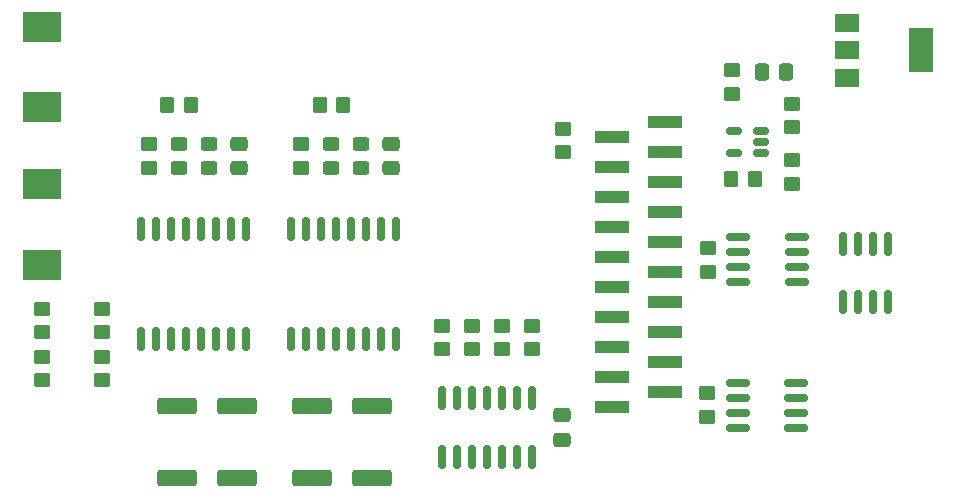
<source format=gbr>
%TF.GenerationSoftware,KiCad,Pcbnew,(6.0.1)*%
%TF.CreationDate,2023-04-21T13:11:10+03:00*%
%TF.ProjectId,Driver_Inductor,44726976-6572-45f4-996e-647563746f72,rev?*%
%TF.SameCoordinates,Original*%
%TF.FileFunction,Paste,Top*%
%TF.FilePolarity,Positive*%
%FSLAX46Y46*%
G04 Gerber Fmt 4.6, Leading zero omitted, Abs format (unit mm)*
G04 Created by KiCad (PCBNEW (6.0.1)) date 2023-04-21 13:11:10*
%MOMM*%
%LPD*%
G01*
G04 APERTURE LIST*
G04 Aperture macros list*
%AMRoundRect*
0 Rectangle with rounded corners*
0 $1 Rounding radius*
0 $2 $3 $4 $5 $6 $7 $8 $9 X,Y pos of 4 corners*
0 Add a 4 corners polygon primitive as box body*
4,1,4,$2,$3,$4,$5,$6,$7,$8,$9,$2,$3,0*
0 Add four circle primitives for the rounded corners*
1,1,$1+$1,$2,$3*
1,1,$1+$1,$4,$5*
1,1,$1+$1,$6,$7*
1,1,$1+$1,$8,$9*
0 Add four rect primitives between the rounded corners*
20,1,$1+$1,$2,$3,$4,$5,0*
20,1,$1+$1,$4,$5,$6,$7,0*
20,1,$1+$1,$6,$7,$8,$9,0*
20,1,$1+$1,$8,$9,$2,$3,0*%
G04 Aperture macros list end*
%ADD10RoundRect,0.150000X-0.150000X0.875000X-0.150000X-0.875000X0.150000X-0.875000X0.150000X0.875000X0*%
%ADD11RoundRect,0.249999X1.425001X-0.450001X1.425001X0.450001X-1.425001X0.450001X-1.425001X-0.450001X0*%
%ADD12R,2.000000X1.500000*%
%ADD13R,2.000000X3.800000*%
%ADD14RoundRect,0.250000X0.450000X-0.350000X0.450000X0.350000X-0.450000X0.350000X-0.450000X-0.350000X0*%
%ADD15RoundRect,0.250000X-0.450000X0.350000X-0.450000X-0.350000X0.450000X-0.350000X0.450000X0.350000X0*%
%ADD16RoundRect,0.250000X0.475000X-0.337500X0.475000X0.337500X-0.475000X0.337500X-0.475000X-0.337500X0*%
%ADD17RoundRect,0.150000X-0.150000X0.825000X-0.150000X-0.825000X0.150000X-0.825000X0.150000X0.825000X0*%
%ADD18RoundRect,0.150000X0.825000X0.150000X-0.825000X0.150000X-0.825000X-0.150000X0.825000X-0.150000X0*%
%ADD19RoundRect,0.250000X0.350000X0.450000X-0.350000X0.450000X-0.350000X-0.450000X0.350000X-0.450000X0*%
%ADD20R,3.300000X2.500000*%
%ADD21RoundRect,0.250000X0.450000X-0.325000X0.450000X0.325000X-0.450000X0.325000X-0.450000X-0.325000X0*%
%ADD22RoundRect,0.250000X-0.337500X-0.475000X0.337500X-0.475000X0.337500X0.475000X-0.337500X0.475000X0*%
%ADD23RoundRect,0.150000X0.512500X0.150000X-0.512500X0.150000X-0.512500X-0.150000X0.512500X-0.150000X0*%
%ADD24R,2.997200X1.000000*%
G04 APERTURE END LIST*
D10*
%TO.C,D1*%
X130302000Y-93775000D03*
X129032000Y-93775000D03*
X127762000Y-93775000D03*
X126492000Y-93775000D03*
X125222000Y-93775000D03*
X123952000Y-93775000D03*
X122682000Y-93775000D03*
X121412000Y-93775000D03*
X121412000Y-103075000D03*
X122682000Y-103075000D03*
X123952000Y-103075000D03*
X125222000Y-103075000D03*
X126492000Y-103075000D03*
X127762000Y-103075000D03*
X129032000Y-103075000D03*
X130302000Y-103075000D03*
%TD*%
D11*
%TO.C,R3*%
X129540000Y-114810000D03*
X129540000Y-108710000D03*
%TD*%
D12*
%TO.C,U3*%
X181127000Y-76313000D03*
X181127000Y-78613000D03*
X181127000Y-80913000D03*
D13*
X187427000Y-78613000D03*
%TD*%
D14*
%TO.C,R22*%
X146913600Y-103920800D03*
X146913600Y-101920800D03*
%TD*%
D15*
%TO.C,R30*%
X157126914Y-85243200D03*
X157126914Y-87243200D03*
%TD*%
%TO.C,R1*%
X122072400Y-86579200D03*
X122072400Y-88579200D03*
%TD*%
D16*
%TO.C,C10*%
X142595600Y-88591300D03*
X142595600Y-86516300D03*
%TD*%
D15*
%TO.C,R8*%
X113020000Y-104537000D03*
X113020000Y-106537000D03*
%TD*%
D14*
%TO.C,R23*%
X169316400Y-109645200D03*
X169316400Y-107645200D03*
%TD*%
%TO.C,R19*%
X154533600Y-103920800D03*
X154533600Y-101920800D03*
%TD*%
D17*
%TO.C,U5*%
X184632600Y-95010200D03*
X183362600Y-95010200D03*
X182092600Y-95010200D03*
X180822600Y-95010200D03*
X180822600Y-99960200D03*
X182092600Y-99960200D03*
X183362600Y-99960200D03*
X184632600Y-99960200D03*
%TD*%
D18*
%TO.C,D14*%
X176871400Y-110550200D03*
X176871400Y-109280200D03*
X176871400Y-108010200D03*
X176871400Y-106740200D03*
X171921400Y-106740200D03*
X171921400Y-108010200D03*
X171921400Y-109280200D03*
X171921400Y-110550200D03*
%TD*%
D15*
%TO.C,R2*%
X134975600Y-86553800D03*
X134975600Y-88553800D03*
%TD*%
D16*
%TO.C,C15*%
X157073600Y-111578300D03*
X157073600Y-109503300D03*
%TD*%
D19*
%TO.C,R13*%
X125612400Y-83261200D03*
X123612400Y-83261200D03*
%TD*%
%TO.C,R15*%
X138515600Y-83235800D03*
X136515600Y-83235800D03*
%TD*%
D14*
%TO.C,R28*%
X171450000Y-82280000D03*
X171450000Y-80280000D03*
%TD*%
%TO.C,R26*%
X176530000Y-89900000D03*
X176530000Y-87900000D03*
%TD*%
D11*
%TO.C,R6*%
X135890000Y-114810000D03*
X135890000Y-108710000D03*
%TD*%
D20*
%TO.C,D5*%
X113030000Y-89945000D03*
X113030000Y-96745000D03*
%TD*%
D14*
%TO.C,R25*%
X176530000Y-85124800D03*
X176530000Y-83124800D03*
%TD*%
D21*
%TO.C,D10*%
X127152400Y-88604200D03*
X127152400Y-86554200D03*
%TD*%
D15*
%TO.C,R9*%
X113020000Y-100473000D03*
X113020000Y-102473000D03*
%TD*%
D21*
%TO.C,D9*%
X124612400Y-88604200D03*
X124612400Y-86554200D03*
%TD*%
D15*
%TO.C,R7*%
X118110000Y-104537000D03*
X118110000Y-106537000D03*
%TD*%
D14*
%TO.C,R20*%
X151993600Y-103920800D03*
X151993600Y-101920800D03*
%TD*%
D22*
%TO.C,C32*%
X173968500Y-80416400D03*
X176043500Y-80416400D03*
%TD*%
D23*
%TO.C,U4*%
X173857500Y-87310000D03*
X173857500Y-86360000D03*
X173857500Y-85410000D03*
X171582500Y-85410000D03*
X171582500Y-87310000D03*
%TD*%
D15*
%TO.C,R10*%
X118110000Y-100473000D03*
X118110000Y-102473000D03*
%TD*%
D17*
%TO.C,D13*%
X154533600Y-108065800D03*
X153263600Y-108065800D03*
X151993600Y-108065800D03*
X150723600Y-108065800D03*
X149453600Y-108065800D03*
X148183600Y-108065800D03*
X146913600Y-108065800D03*
X146913600Y-113015800D03*
X148183600Y-113015800D03*
X149453600Y-113015800D03*
X150723600Y-113015800D03*
X151993600Y-113015800D03*
X153263600Y-113015800D03*
X154533600Y-113015800D03*
%TD*%
D14*
%TO.C,R21*%
X149453600Y-103920800D03*
X149453600Y-101920800D03*
%TD*%
D20*
%TO.C,D7*%
X113030000Y-76610000D03*
X113030000Y-83410000D03*
%TD*%
D18*
%TO.C,D19*%
X176922200Y-98256600D03*
X176922200Y-96986600D03*
X176922200Y-95716600D03*
X176922200Y-94446600D03*
X171972200Y-94446600D03*
X171972200Y-95716600D03*
X171972200Y-96986600D03*
X171972200Y-98256600D03*
%TD*%
D16*
%TO.C,C8*%
X129692400Y-88616700D03*
X129692400Y-86541700D03*
%TD*%
D11*
%TO.C,R4*%
X124460000Y-114810000D03*
X124460000Y-108710000D03*
%TD*%
D14*
%TO.C,R29*%
X169367200Y-97351600D03*
X169367200Y-95351600D03*
%TD*%
D11*
%TO.C,R5*%
X140970000Y-114810000D03*
X140970000Y-108710000D03*
%TD*%
D21*
%TO.C,D11*%
X137515600Y-88578800D03*
X137515600Y-86528800D03*
%TD*%
D24*
%TO.C,J1*%
X161275000Y-108839000D03*
X165775001Y-107569000D03*
X161275000Y-106299000D03*
X165775001Y-105029000D03*
X161275000Y-103759000D03*
X165775001Y-102489000D03*
X161275000Y-101219000D03*
X165775001Y-99949000D03*
X161275000Y-98679000D03*
X165775001Y-97409000D03*
X161275000Y-96139000D03*
X165775001Y-94869000D03*
X161275000Y-93599000D03*
X165775001Y-92329000D03*
X161275000Y-91059000D03*
X165775001Y-89789000D03*
X161275000Y-88519000D03*
X165775001Y-87249000D03*
X161275000Y-85979000D03*
X165775001Y-84709000D03*
%TD*%
D19*
%TO.C,R27*%
X173372400Y-89535000D03*
X171372400Y-89535000D03*
%TD*%
D21*
%TO.C,D12*%
X140055600Y-88578800D03*
X140055600Y-86528800D03*
%TD*%
D10*
%TO.C,D2*%
X143002000Y-93775000D03*
X141732000Y-93775000D03*
X140462000Y-93775000D03*
X139192000Y-93775000D03*
X137922000Y-93775000D03*
X136652000Y-93775000D03*
X135382000Y-93775000D03*
X134112000Y-93775000D03*
X134112000Y-103075000D03*
X135382000Y-103075000D03*
X136652000Y-103075000D03*
X137922000Y-103075000D03*
X139192000Y-103075000D03*
X140462000Y-103075000D03*
X141732000Y-103075000D03*
X143002000Y-103075000D03*
%TD*%
M02*

</source>
